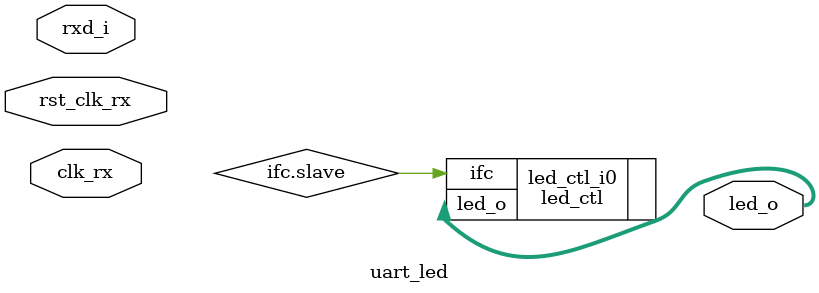
<source format=sv>

`timescale 1ns/1ps


module uart_led (
  // Write side inputs
  input            clk_rx,          // Clock input
  input            rst_clk_rx,      // Active HIGH reset
  input            rxd_i,           // RS232 RXD pin 
  output     [7:0] led_o            // 8 LED outputs
);

//***************************************************************************
// Interface definitions
//***************************************************************************
ifc_signals ifc(
                .clk_rx(clk_rx),
                .rst_clk_rx(rst_clk_rx)
                );



//***************************************************************************
// Parameter definitions
//***************************************************************************

  parameter BAUD_RATE           = 115_200;
  parameter CLOCK_RATE          = 125_000_000;

//***************************************************************************
// Wire definitions
//***************************************************************************
  
  // wire [7:0]  rx_data;		    // Data output of uart_rx
  // wire 		    rx_data_rdy;    // Data output of uart_rx

 uart_rx #(
    .CLOCK_RATE   (CLOCK_RATE),
    .BAUD_RATE    (BAUD_RATE) 
  ) uart_rx_i0 (
  // .clk_rx			  (clk_rx),
	// .rst_clk_rx		(rst_clk_rx),
	// .rx_data		    (rx_data),
	// .rx_data_rdy  	(rx_data_rdy),
    .ifc            (ifc.master),
    .rxd_i          (rxd_i),
    .rxd_clk_rx     (),    
    .frm_err        ()
  );

  led_ctl led_ctl_i0 (
  // .clk_rx			(clk_rx),
	// .rst_clk_rx		(rst_clk_rx),
	// .rx_data		(rx_data),
	// .rx_data_rdy  	(rx_data_rdy),
    .ifc            (ifc.slave),
    .led_o          (led_o)
  );

endmodule


</source>
